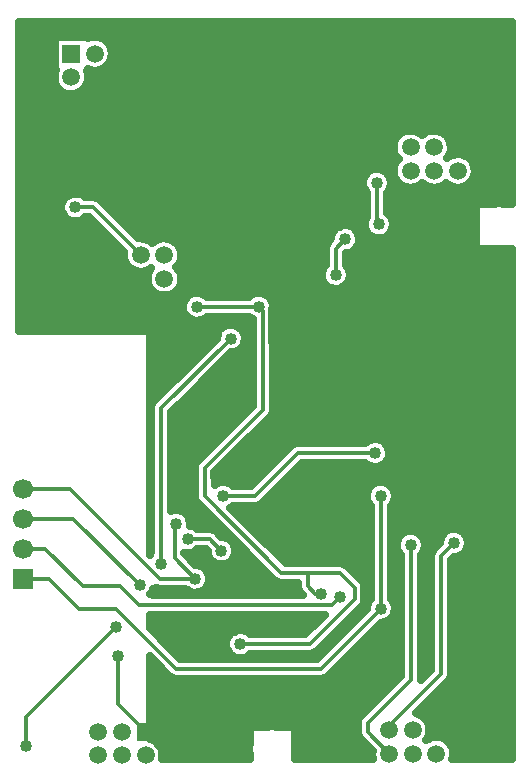
<source format=gbr>
G04 DipTrace Beta 2.9.0.1*
G04 Bottom.gbr*
%MOIN*%
G04 #@! TF.FileFunction,Copper,L2,Bot*
G04 #@! TF.Part,Single*
G04 #@! TA.AperFunction,Conductor,NotC*
%ADD13C,0.012992*%
G04 #@! TA.AperFunction,CopperBalancing*
%ADD14C,0.025*%
G04 #@! TA.AperFunction,ComponentPad*
%ADD18R,0.059055X0.059055*%
%ADD19C,0.059055*%
%ADD20R,0.066929X0.066929*%
%ADD21C,0.066929*%
G04 #@! TA.AperFunction,ViaPad*
%ADD27C,0.04*%
%FSLAX26Y26*%
G04*
G70*
G90*
G75*
G01*
G04 Bottom*
%LPD*%
X1637751Y2362751D2*
D13*
Y2231499D1*
X1644000Y2225249D1*
X808524Y2002500D2*
X818898Y2012874D1*
X530000Y1939234D2*
X537618Y1931615D1*
X1431462Y1919114D2*
Y1925365D1*
X1525222Y1106529D2*
X1568976Y1094028D1*
X1512720Y1275297D2*
X1531472Y1269046D1*
X1112678Y894098D2*
X1125180Y912759D1*
X1162684Y1062774D2*
X1156433Y1037772D1*
X1700240Y793500D2*
Y825249D1*
X1162684Y2537929D2*
Y2544180D1*
X1975269Y2718500D2*
Y2694196D1*
X1625232Y2562932D2*
X1606480D1*
X1600230Y2556681D1*
X1212689Y2475423D2*
X1206438D1*
X1193937Y2487924D1*
X1281446Y2031626D2*
Y2025375D1*
X1275196Y2019125D1*
X1200188Y2012874D2*
X1187686D1*
X1181436Y2019125D1*
X775143Y787745D2*
Y624719D1*
X866492Y533370D1*
X631378Y2281652D2*
X691366D1*
X850151Y2122867D1*
X1037671Y1950367D2*
X1243942D1*
X1181436Y825249D2*
X1412710D1*
X1562726Y975265D1*
Y1012769D1*
X1512720Y1062774D1*
X1406459D1*
Y1019020D1*
X1431479Y994000D1*
X1450197D1*
X1406459Y1062774D2*
X1318950D1*
X1062673Y1319051D1*
Y1412811D1*
X1256444Y1606581D1*
Y1937866D1*
X1243942Y1950367D1*
X1650235Y1319051D2*
Y944012D1*
X456360Y1044022D2*
X543869D1*
X643879Y944012D1*
X768892D1*
X968913Y743991D1*
X1450214D1*
X1650235Y944012D1*
X456360Y1144022D2*
X531378D1*
X656381Y1019020D1*
X781394D1*
X843900Y956513D1*
X1487718D1*
X1512720Y981516D1*
X1031420Y1044022D2*
X962751Y1112692D1*
Y1219129D1*
X968913Y1225291D1*
X1125231Y1319051D2*
X1231552D1*
X1375318Y1462816D1*
X1631483D1*
X1500251Y2056500D2*
Y2143999D1*
X1531501Y2175249D1*
X456360Y1344022D2*
X612657D1*
X912657Y1044022D1*
X1031420D1*
X918908Y1094028D2*
Y1612832D1*
X1150251Y1844175D1*
X456360Y1244022D2*
X625148D1*
X847025Y1022146D1*
X468861Y487714D2*
Y581474D1*
X768892Y881505D1*
X1006500Y1175249D2*
X1081500D1*
X1119000Y1137749D1*
X1894000Y1162751D2*
X1850256Y1119007D1*
Y725239D1*
X1681488Y556471D1*
Y539619D1*
X1677759D1*
X1750245Y1156534D2*
Y706487D1*
X1606480Y562722D1*
Y532157D1*
X1677759Y460879D1*
D27*
X1637751Y2362751D3*
X1644000Y2225249D3*
X808524Y2002500D3*
X530000Y1939234D3*
X1431462Y1919114D3*
X1525222Y1106529D3*
X1512720Y1275297D3*
X1112678Y894098D3*
X1162684Y1062774D3*
X1700240Y793500D3*
X1162684Y2537929D3*
X1975269Y2718500D3*
X1625232Y2562932D3*
X1212689Y2475423D3*
X1281446Y2031626D3*
X1200188Y2012874D3*
X775143Y787745D3*
X631378Y2281652D3*
X1037671Y1950367D3*
X1243942D3*
D3*
X1181436Y825249D3*
X1450197Y994000D3*
X1650235Y1319051D3*
Y944012D3*
X1512720Y981516D3*
X1031420Y1044022D3*
X968913Y1225291D3*
X1125231Y1319051D3*
X1631483Y1462816D3*
X1500251Y2056500D3*
X1531501Y2175249D3*
X1031420Y1044022D3*
X918908Y1094028D3*
X1150251Y1844175D3*
X847025Y1022146D3*
X468861Y487714D3*
X768892Y881505D3*
X1006500Y1175249D3*
X1119000Y1137749D3*
X1894000Y1162751D3*
X1750245Y1156534D3*
X446552Y2875600D2*
D14*
X2085302D1*
X446552Y2850731D2*
X2085302D1*
X446552Y2825862D2*
X559912D1*
X745772D2*
X2085302D1*
X446552Y2800993D2*
X559912D1*
X755537D2*
X2085302D1*
X446552Y2776125D2*
X559912D1*
X753193D2*
X2085302D1*
X446552Y2751256D2*
X559912D1*
X736396D2*
X2085302D1*
X446552Y2726387D2*
X561084D1*
X675849D2*
X2085302D1*
X446552Y2701518D2*
X561865D1*
X675458D2*
X2085302D1*
X446552Y2676650D2*
X575537D1*
X661786D2*
X2085302D1*
X446552Y2651781D2*
X2085302D1*
X446552Y2626912D2*
X2085302D1*
X446552Y2602043D2*
X2085302D1*
X446552Y2577175D2*
X2085302D1*
X446552Y2552306D2*
X2085302D1*
X446552Y2527437D2*
X1714209D1*
X1784442D2*
X1792794D1*
X1862958D2*
X2085302D1*
X446552Y2502568D2*
X1694677D1*
X1882490D2*
X2085302D1*
X446552Y2477699D2*
X1690772D1*
X1886396D2*
X2085302D1*
X446552Y2452831D2*
X1698974D1*
X1935224D2*
X2085302D1*
X446552Y2427962D2*
X1696630D1*
X1959442D2*
X2085302D1*
X446552Y2403093D2*
X1612256D1*
X1663349D2*
X1690772D1*
X1965302D2*
X2085302D1*
X446552Y2378224D2*
X1591552D1*
X1684052D2*
X1696493D1*
X1959442D2*
X2085302D1*
X446552Y2353356D2*
X1589600D1*
X1685614D2*
X1720849D1*
X1777412D2*
X1799756D1*
X1856318D2*
X1878661D1*
X1934833D2*
X2085302D1*
X446552Y2328487D2*
X1602100D1*
X1673114D2*
X2085302D1*
X446552Y2303618D2*
X588037D1*
X718428D2*
X1602100D1*
X1673114D2*
X2085302D1*
X446552Y2278749D2*
X582568D1*
X743428D2*
X1602100D1*
X1673114D2*
X1966552D1*
X446552Y2253881D2*
X591552D1*
X768428D2*
X1602100D1*
X1683272D2*
X1966552D1*
X446552Y2229012D2*
X694677D1*
X793037D2*
X1595068D1*
X1693037D2*
X1965381D1*
X446552Y2204143D2*
X719677D1*
X818037D2*
X1492724D1*
X1570381D2*
X1600146D1*
X1687958D2*
X1966161D1*
X446552Y2179274D2*
X744677D1*
X843037D2*
X1482568D1*
X1580146D2*
X1634521D1*
X1653720D2*
X1966552D1*
X446552Y2154406D2*
X769286D1*
X977802D2*
X1466552D1*
X1575458D2*
X1966552D1*
X446552Y2129537D2*
X791942D1*
X987177D2*
X1464600D1*
X1542646D2*
X2085302D1*
X446552Y2104668D2*
X794677D1*
X984442D2*
X1464600D1*
X1535614D2*
X2085302D1*
X446552Y2079799D2*
X811865D1*
X974677D2*
X1457568D1*
X1543037D2*
X2085302D1*
X446552Y2054930D2*
X871240D1*
X986396D2*
X1451318D1*
X1549286D2*
X2085302D1*
X446552Y2030062D2*
X872021D1*
X985614D2*
X1459521D1*
X1541084D2*
X2085302D1*
X446552Y2005193D2*
X886084D1*
X971552D2*
X2085302D1*
X446552Y1980324D2*
X999756D1*
X1282100D2*
X2085302D1*
X446552Y1955455D2*
X988818D1*
X1292646D2*
X2085302D1*
X446552Y1930587D2*
X993114D1*
X1291865D2*
X2085302D1*
X446552Y1905718D2*
X1022021D1*
X1053193D2*
X1220849D1*
X1291865D2*
X2085302D1*
X446552Y1880849D2*
X1119286D1*
X1181318D2*
X1220849D1*
X1291865D2*
X2085302D1*
X884052Y1855980D2*
X1102881D1*
X1197724D2*
X1220849D1*
X1291865D2*
X2085302D1*
X884052Y1831112D2*
X1088037D1*
X1197333D2*
X1220849D1*
X1291865D2*
X2085302D1*
X884052Y1806243D2*
X1063037D1*
X1179756D2*
X1220849D1*
X1291865D2*
X2085302D1*
X884052Y1781374D2*
X1038428D1*
X1136786D2*
X1220849D1*
X1291865D2*
X2085302D1*
X884052Y1756505D2*
X1013428D1*
X1111786D2*
X1220849D1*
X1291865D2*
X2085302D1*
X884052Y1731636D2*
X988428D1*
X1086786D2*
X1220849D1*
X1291865D2*
X2085302D1*
X884052Y1706768D2*
X963818D1*
X1062177D2*
X1220849D1*
X1291865D2*
X2085302D1*
X884052Y1681899D2*
X938818D1*
X1037177D2*
X1220849D1*
X1291865D2*
X2085302D1*
X884052Y1657030D2*
X913818D1*
X1012177D2*
X1220849D1*
X1291865D2*
X2085302D1*
X987568Y1632161D2*
X1220849D1*
X1291865D2*
X2085302D1*
X962568Y1607293D2*
X1207958D1*
X1291865D2*
X2085302D1*
X954365Y1582424D2*
X1182958D1*
X1281318D2*
X2085302D1*
X954365Y1557555D2*
X1158349D1*
X1256709D2*
X2085302D1*
X954365Y1532686D2*
X1133349D1*
X1231709D2*
X2085302D1*
X954365Y1507818D2*
X1108349D1*
X1206709D2*
X1617333D1*
X1645982D2*
X2085302D1*
X954365Y1482949D2*
X1083740D1*
X1182100D2*
X1346240D1*
X1675849D2*
X2085302D1*
X954365Y1458080D2*
X1058740D1*
X1157100D2*
X1321240D1*
X1680146D2*
X2085302D1*
X954365Y1433211D2*
X1034130D1*
X1132100D2*
X1296630D1*
X1669990D2*
X2085302D1*
X954365Y1408343D2*
X1027100D1*
X1107490D2*
X1271630D1*
X1369990D2*
X2085302D1*
X954365Y1383474D2*
X1027100D1*
X1098114D2*
X1246630D1*
X1344990D2*
X2085302D1*
X954365Y1358605D2*
X1027100D1*
X1152021D2*
X1222021D1*
X1320381D2*
X1623193D1*
X1677021D2*
X2085302D1*
X954365Y1333736D2*
X1027100D1*
X1295381D2*
X1603661D1*
X1696942D2*
X2085302D1*
X954365Y1308867D2*
X1028661D1*
X1270381D2*
X1602490D1*
X1698114D2*
X2085302D1*
X954365Y1283999D2*
X1048584D1*
X1158272D2*
X1614600D1*
X1685614D2*
X2085302D1*
X1003193Y1259130D2*
X1073584D1*
X1171942D2*
X1614600D1*
X1685614D2*
X2085302D1*
X1016865Y1234261D2*
X1098193D1*
X1196552D2*
X1614600D1*
X1685614D2*
X2085302D1*
X1040693Y1209392D2*
X1123193D1*
X1221552D2*
X1614600D1*
X1685614D2*
X2085302D1*
X1121552Y1184524D2*
X1148193D1*
X1246552D2*
X1614600D1*
X1685614D2*
X1710693D1*
X1789912D2*
X1850537D1*
X1937568D2*
X2085302D1*
X1162568Y1159655D2*
X1173202D1*
X1271161D2*
X1614600D1*
X1685614D2*
X1701315D1*
X1799286D2*
X1841552D1*
X1943037D2*
X2085302D1*
X1032100Y1134786D2*
X1070068D1*
X1168037D2*
X1197802D1*
X1296161D2*
X1614600D1*
X1685614D2*
X1706786D1*
X1793818D2*
X1818896D1*
X1933661D2*
X2085302D1*
X1014521Y1109917D2*
X1079442D1*
X1158661D2*
X1222802D1*
X1321161D2*
X1614600D1*
X1685614D2*
X1714600D1*
X1785614D2*
X1814600D1*
X1890302D2*
X2085302D1*
X1055928Y1085049D2*
X1247412D1*
X1539521D2*
X1614600D1*
X1685614D2*
X1714600D1*
X1785614D2*
X1814600D1*
X1885614D2*
X2085302D1*
X1077412Y1060180D2*
X1272412D1*
X1564521D2*
X1614600D1*
X1685614D2*
X1714600D1*
X1785614D2*
X1814600D1*
X1885614D2*
X2085302D1*
X1079756Y1035311D2*
X1298193D1*
X1589130D2*
X1614600D1*
X1685614D2*
X1714600D1*
X1785614D2*
X1814600D1*
X1885614D2*
X2085302D1*
X894600Y1010442D2*
X996630D1*
X1066084D2*
X1372021D1*
X1598114D2*
X1614541D1*
X1685614D2*
X1714600D1*
X1785614D2*
X1814600D1*
X1885614D2*
X2085302D1*
X1598114Y985573D2*
X1614541D1*
X1685614D2*
X1714600D1*
X1785614D2*
X1814600D1*
X1885614D2*
X2085302D1*
X1594990Y960705D2*
X1604442D1*
X1696161D2*
X1714600D1*
X1785614D2*
X1814600D1*
X1885614D2*
X2085302D1*
X1572333Y935836D2*
X1592724D1*
X1698505D2*
X1714572D1*
X1785614D2*
X1814600D1*
X1885614D2*
X2085302D1*
X884052Y910967D2*
X1449365D1*
X1547724D2*
X1568114D1*
X1685614D2*
X1714600D1*
X1785614D2*
X1814600D1*
X1885614D2*
X2085302D1*
X884052Y886098D2*
X1424365D1*
X1522724D2*
X1543114D1*
X1641474D2*
X1714600D1*
X1785614D2*
X1814600D1*
X1885614D2*
X2085302D1*
X900849Y861230D2*
X1149365D1*
X1213349D2*
X1399365D1*
X1497724D2*
X1518114D1*
X1616474D2*
X1714600D1*
X1785614D2*
X1814600D1*
X1885614D2*
X2085302D1*
X925849Y836361D2*
X1133740D1*
X1473114D2*
X1493505D1*
X1591865D2*
X1714600D1*
X1785614D2*
X1814600D1*
X1885614D2*
X2085302D1*
X950458Y811492D2*
X1134521D1*
X1448114D2*
X1468505D1*
X1566865D2*
X1714600D1*
X1785614D2*
X1814600D1*
X1885614D2*
X2085302D1*
X975458Y786623D2*
X1152881D1*
X1209833D2*
X1443505D1*
X1541865D2*
X1714600D1*
X1785614D2*
X1814600D1*
X1885614D2*
X2085302D1*
X884052Y761755D2*
X901919D1*
X1517256D2*
X1714600D1*
X1785614D2*
X1814600D1*
X1885614D2*
X2085302D1*
X884052Y736886D2*
X926709D1*
X1492256D2*
X1714600D1*
X1785614D2*
X1812646D1*
X1885614D2*
X2085302D1*
X884052Y712017D2*
X958349D1*
X1461005D2*
X1706786D1*
X1882881D2*
X2085302D1*
X884052Y687148D2*
X1681786D1*
X1861396D2*
X2085302D1*
X884052Y662280D2*
X1656786D1*
X1836396D2*
X2085302D1*
X884052Y637411D2*
X1632177D1*
X1811786D2*
X2085302D1*
X884052Y612542D2*
X1607177D1*
X1786786D2*
X2085302D1*
X884052Y587673D2*
X1582177D1*
X1787958D2*
X2085302D1*
X884052Y562804D2*
X1570849D1*
X1809833D2*
X2085302D1*
X884052Y537936D2*
X1210302D1*
X1365302D2*
X1570849D1*
X1814912D2*
X2085302D1*
X884052Y513067D2*
X1210302D1*
X1365302D2*
X1577100D1*
X1858272D2*
X2085302D1*
X913740Y488198D2*
X1209521D1*
X1365693D2*
X1601318D1*
X1886786D2*
X2085302D1*
X924286Y463329D2*
X1209521D1*
X1366084D2*
X1619286D1*
X1893818D2*
X2085302D1*
X575102Y2849898D2*
X674657D1*
Y2844819D1*
X683492Y2848152D1*
X695846Y2849877D1*
X708277Y2848825D1*
X720165Y2845051D1*
X730925Y2838739D1*
X740021Y2830202D1*
X747003Y2819865D1*
X751524Y2808239D1*
X753398Y2793870D1*
X752009Y2781474D1*
X747912Y2769692D1*
X741310Y2759108D1*
X732529Y2750248D1*
X722005Y2743550D1*
X710261Y2739345D1*
X697878Y2737845D1*
X685470Y2739121D1*
X674759Y2742738D1*
X674657Y2737843D1*
X669579D1*
X672783Y2729499D1*
X674657Y2715130D1*
X673269Y2702734D1*
X669172Y2690951D1*
X662570Y2680367D1*
X653789Y2671508D1*
X643265Y2664810D1*
X631521Y2660605D1*
X619138Y2659105D1*
X606730Y2660381D1*
X594911Y2664371D1*
X584268Y2670877D1*
X575328Y2679577D1*
X568534Y2690039D1*
X564224Y2701745D1*
X562612Y2714114D1*
X563776Y2726534D1*
X567537Y2738018D1*
X562602Y2737843D1*
Y2849898D1*
X575102D1*
X881486Y508287D2*
X889287Y505811D1*
X900047Y499499D1*
X909143Y490962D1*
X916125Y480625D1*
X920646Y468999D1*
X922520Y454630D1*
X921348Y444171D1*
X1213043Y443958D1*
X1212651Y459367D1*
X1211075Y471753D1*
X1211529Y484231D1*
X1212690Y493958D1*
Y537719D1*
X1218810Y548264D1*
X1225190Y550219D1*
X1271675D1*
X1288756Y551906D1*
X1303072Y550219D1*
X1350203D1*
X1360748Y544100D1*
X1362703Y537719D1*
Y491235D1*
X1364398Y475213D1*
X1362719Y460118D1*
X1362703Y443579D1*
X1450203Y443958D1*
X1624031D1*
X1621740Y459864D1*
X1622650Y469567D1*
X1583148Y508825D1*
X1576173Y519109D1*
X1573484Y532157D1*
Y562722D1*
X1575824Y574925D1*
X1583148Y586054D1*
X1717112Y720017D1*
X1717249Y1124066D1*
X1708444Y1136165D1*
X1704535Y1147999D1*
X1703911Y1160445D1*
X1706613Y1172612D1*
X1712450Y1183622D1*
X1721001Y1192688D1*
X1731654Y1199156D1*
X1743642Y1202563D1*
X1756104Y1202664D1*
X1768144Y1199451D1*
X1778900Y1193156D1*
X1787597Y1184230D1*
X1793612Y1173315D1*
X1796512Y1161194D1*
X1796745Y1156534D1*
X1795075Y1144184D1*
X1790185Y1132722D1*
X1783154Y1123883D1*
X1783168Y706105D1*
X1799577Y721224D1*
X1817531Y739178D1*
X1817260Y900239D1*
Y1119007D1*
X1819600Y1131210D1*
X1826924Y1142339D1*
X1847640Y1163054D1*
X1850367Y1178828D1*
X1856205Y1189839D1*
X1864756Y1198904D1*
X1875408Y1205373D1*
X1887396Y1208780D1*
X1899858Y1208881D1*
X1911899Y1205668D1*
X1922655Y1199373D1*
X1931352Y1190446D1*
X1937366Y1179531D1*
X1940266Y1167411D1*
X1940500Y1162751D1*
X1938829Y1150400D1*
X1933940Y1138938D1*
X1926181Y1129185D1*
X1916110Y1121844D1*
X1904451Y1117441D1*
X1894757Y1116543D1*
X1883357Y1105445D1*
X1883252Y725239D1*
X1880912Y713035D1*
X1873588Y701907D1*
X1766693Y595012D1*
X1779294Y590801D1*
X1790054Y584488D1*
X1799150Y575951D1*
X1806131Y565614D1*
X1810652Y553988D1*
X1812526Y539619D1*
X1811138Y527223D1*
X1807041Y515441D1*
X1800164Y504580D1*
X1809694Y510745D1*
X1821361Y515161D1*
X1833715Y516886D1*
X1846146Y515835D1*
X1858034Y512060D1*
X1868794Y505748D1*
X1877890Y497211D1*
X1884871Y486874D1*
X1889392Y475248D1*
X1891266Y460879D1*
X1889878Y448483D1*
X1888214Y443697D1*
X2075203Y443958D1*
X2088094D1*
X2087782Y568958D1*
Y2144349D1*
X2060047Y2144139D1*
X2051992Y2142861D1*
X2039509Y2142579D1*
X2025282Y2144139D1*
X1981520D1*
X1970975Y2150259D1*
X1969020Y2156639D1*
X1968980Y2203301D1*
X1967404Y2215686D1*
X1967858Y2228164D1*
X1969017Y2233902D1*
X1969020Y2281652D1*
X1975139Y2292197D1*
X1981520Y2294152D1*
X2028004D1*
X2045085Y2295839D1*
X2059402Y2294152D1*
X2088160D1*
X2087782Y2381652D1*
Y2900469D1*
X443857D1*
Y1868828D1*
X606357Y1869108D1*
X868903D1*
X879448Y1862988D1*
X881403Y1856608D1*
Y1121843D1*
X885912Y1131528D1*
Y1612832D1*
X888252Y1625035D1*
X895576Y1636164D1*
X1103566Y1844152D1*
X1106618Y1860252D1*
X1112455Y1871262D1*
X1121007Y1880328D1*
X1131659Y1886797D1*
X1143647Y1890203D1*
X1156109Y1890304D1*
X1168150Y1887092D1*
X1178906Y1880797D1*
X1187602Y1871870D1*
X1193617Y1860955D1*
X1196517Y1848835D1*
X1196751Y1844175D1*
X1195080Y1831824D1*
X1190190Y1820362D1*
X1182432Y1810609D1*
X1172361Y1803268D1*
X1160702Y1798865D1*
X1151008Y1797967D1*
X996806Y1644066D1*
X951783Y1599043D1*
X951904Y1268692D1*
X962310Y1271320D1*
X974772Y1271421D1*
X986812Y1268209D1*
X997568Y1261913D1*
X1006265Y1252987D1*
X1012280Y1242072D1*
X1015180Y1229951D1*
X1014840Y1221046D1*
X1024399Y1218167D1*
X1035155Y1211871D1*
X1038688Y1208245D1*
X1081500D1*
X1093703Y1205906D1*
X1104832Y1198581D1*
X1118919Y1184495D1*
X1124858Y1183879D1*
X1136899Y1180667D1*
X1147655Y1174371D1*
X1156352Y1165445D1*
X1162366Y1154530D1*
X1165266Y1142409D1*
X1165500Y1137749D1*
X1163829Y1125399D1*
X1158940Y1113937D1*
X1151181Y1104184D1*
X1141110Y1096843D1*
X1129451Y1092440D1*
X1117042Y1091290D1*
X1104774Y1093479D1*
X1093528Y1098848D1*
X1084110Y1107009D1*
X1077198Y1117381D1*
X1073290Y1129214D1*
X1072879Y1137382D1*
X1067770Y1142315D1*
X1038681Y1141684D1*
X1028610Y1134343D1*
X1016951Y1129940D1*
X1004542Y1128790D1*
X995724Y1130364D1*
X1003760Y1118345D1*
X1031657Y1090449D1*
X1037278Y1090152D1*
X1049319Y1086940D1*
X1060075Y1080644D1*
X1068772Y1071718D1*
X1074786Y1060803D1*
X1077686Y1048682D1*
X1077920Y1044022D1*
X1076249Y1031672D1*
X1071360Y1020210D1*
X1063601Y1010457D1*
X1053530Y1003115D1*
X1041871Y998713D1*
X1029462Y997563D1*
X1017194Y999752D1*
X1005948Y1005121D1*
X999178Y1010987D1*
X912657Y1011026D1*
X900127Y1013575D1*
X902701Y1012639D1*
X891854Y1009795D1*
X886965Y998333D1*
X881388Y991323D1*
X893900Y989509D1*
X1389604D1*
X1383127Y995688D1*
X1376152Y1005971D1*
X1373463Y1019020D1*
Y1029567D1*
X1318950Y1029778D1*
X1306747Y1032118D1*
X1295618Y1039442D1*
X1039341Y1295719D1*
X1032366Y1306003D1*
X1029677Y1319051D1*
Y1412811D1*
X1032017Y1425014D1*
X1039341Y1436143D1*
X1223576Y1620378D1*
X1223448Y1908534D1*
X1218470Y1911466D1*
X1211701Y1917332D1*
X1070114Y1917371D1*
X1059781Y1909461D1*
X1048122Y1905058D1*
X1035713Y1903908D1*
X1023445Y1906097D1*
X1012198Y1911466D1*
X1002781Y1919627D1*
X995869Y1929999D1*
X991961Y1941832D1*
X991336Y1954278D1*
X994038Y1966445D1*
X999875Y1977455D1*
X1008427Y1986521D1*
X1019079Y1992990D1*
X1031067Y1996396D1*
X1043529Y1996497D1*
X1055570Y1993285D1*
X1066325Y1986990D1*
X1069858Y1983364D1*
X1211499D1*
X1214698Y1986521D1*
X1225350Y1992990D1*
X1237339Y1996396D1*
X1249801Y1996497D1*
X1261841Y1993285D1*
X1272597Y1986990D1*
X1281294Y1978063D1*
X1287308Y1967148D1*
X1290209Y1955028D1*
X1289241Y1941491D1*
X1289440Y1712866D1*
Y1606581D1*
X1287100Y1594378D1*
X1279776Y1583249D1*
X1095541Y1399014D1*
X1095987Y1355205D1*
X1106639Y1361673D1*
X1118627Y1365080D1*
X1131089Y1365181D1*
X1143130Y1361969D1*
X1153886Y1355673D1*
X1157419Y1352047D1*
X1217810D1*
X1351986Y1486148D1*
X1362269Y1493123D1*
X1375318Y1495812D1*
X1598365D1*
X1612891Y1505438D1*
X1624879Y1508845D1*
X1637341Y1508946D1*
X1649382Y1505734D1*
X1660138Y1499438D1*
X1668835Y1490512D1*
X1674849Y1479597D1*
X1677749Y1467476D1*
X1677983Y1462816D1*
X1676312Y1450466D1*
X1671423Y1439004D1*
X1663664Y1429251D1*
X1653593Y1421909D1*
X1641934Y1417507D1*
X1629525Y1416357D1*
X1617257Y1418546D1*
X1606010Y1423915D1*
X1599241Y1429781D1*
X1388904Y1429820D1*
X1254885Y1295719D1*
X1244601Y1288744D1*
X1231552Y1286055D1*
X1157412Y1285486D1*
X1148915Y1279291D1*
X1332664Y1095724D1*
X1512720Y1095770D1*
X1524924Y1093430D1*
X1536052Y1086106D1*
X1586058Y1036101D1*
X1593033Y1025818D1*
X1595722Y1012769D1*
Y975265D1*
X1593382Y963062D1*
X1586058Y951933D1*
X1436042Y801917D1*
X1425759Y794944D1*
X1412710Y792253D1*
X1213617Y791684D1*
X1203546Y784343D1*
X1191887Y779940D1*
X1179478Y778790D1*
X1167210Y780979D1*
X1155963Y786348D1*
X1146546Y794509D1*
X1139634Y804881D1*
X1135726Y816714D1*
X1135101Y829160D1*
X1137803Y841327D1*
X1143640Y852337D1*
X1152192Y861403D1*
X1162844Y867871D1*
X1174832Y871278D1*
X1187294Y871379D1*
X1199335Y868167D1*
X1210091Y861871D1*
X1213623Y858245D1*
X1399014D1*
X1464232Y923434D1*
X881077Y923517D1*
X881403Y878092D1*
X982535Y777033D1*
X1436492Y776987D1*
X1603936Y944375D1*
X1603900Y947923D1*
X1606602Y960089D1*
X1612440Y971100D1*
X1616983Y975916D1*
X1617239Y1106512D1*
Y1286591D1*
X1608433Y1298682D1*
X1604525Y1310516D1*
X1603900Y1322962D1*
X1606602Y1335129D1*
X1612440Y1346139D1*
X1620991Y1355205D1*
X1631643Y1361673D1*
X1643631Y1365080D1*
X1656093Y1365181D1*
X1668134Y1361969D1*
X1678890Y1355673D1*
X1687587Y1346747D1*
X1693601Y1335832D1*
X1696501Y1323711D1*
X1696735Y1319051D1*
X1695064Y1306701D1*
X1690175Y1295239D1*
X1683143Y1286400D1*
X1683231Y976472D1*
X1687587Y971707D1*
X1693601Y960793D1*
X1696501Y948672D1*
X1696735Y944012D1*
X1695064Y931661D1*
X1690175Y920199D1*
X1682416Y910446D1*
X1672345Y903105D1*
X1660686Y898702D1*
X1650992Y897804D1*
X1496790Y743903D1*
X1473546Y720659D1*
X1463262Y713685D1*
X1450214Y710995D1*
X968913D1*
X956710Y713335D1*
X945581Y720659D1*
X881224Y785017D1*
X881403Y508560D1*
X1882639Y2469474D2*
X1878542Y2457692D1*
X1871665Y2446831D1*
X1881196Y2452996D1*
X1892862Y2457412D1*
X1905217Y2459136D1*
X1917647Y2458085D1*
X1929535Y2454311D1*
X1940295Y2447999D1*
X1949391Y2439462D1*
X1956373Y2429125D1*
X1960894Y2417499D1*
X1962768Y2403130D1*
X1961379Y2390734D1*
X1957282Y2378951D1*
X1950680Y2368367D1*
X1941899Y2359508D1*
X1931375Y2352810D1*
X1919631Y2348605D1*
X1907248Y2347105D1*
X1894840Y2348381D1*
X1883021Y2352371D1*
X1872378Y2358877D1*
X1867629Y2363499D1*
X1863159Y2359508D1*
X1852635Y2352810D1*
X1840891Y2348605D1*
X1828508Y2347105D1*
X1816100Y2348381D1*
X1804281Y2352371D1*
X1793638Y2358877D1*
X1788888Y2363499D1*
X1784419Y2359508D1*
X1773895Y2352810D1*
X1762151Y2348605D1*
X1749768Y2347105D1*
X1737360Y2348381D1*
X1725541Y2352371D1*
X1714898Y2358877D1*
X1705958Y2367577D1*
X1699164Y2378039D1*
X1694854Y2389745D1*
X1693241Y2402114D1*
X1694406Y2414534D1*
X1698287Y2426388D1*
X1704697Y2437089D1*
X1709815Y2442445D1*
X1705958Y2446318D1*
X1699164Y2456780D1*
X1694854Y2468486D1*
X1693241Y2480854D1*
X1694406Y2493274D1*
X1698287Y2505129D1*
X1704697Y2515829D1*
X1713316Y2524848D1*
X1723715Y2531736D1*
X1735382Y2536152D1*
X1747736Y2537877D1*
X1760167Y2536825D1*
X1772055Y2533051D1*
X1782815Y2526739D1*
X1788215Y2521671D1*
X1802455Y2531736D1*
X1814122Y2536152D1*
X1826476Y2537877D1*
X1838907Y2536825D1*
X1850795Y2533051D1*
X1861555Y2526739D1*
X1870651Y2518202D1*
X1877633Y2507865D1*
X1882154Y2496239D1*
X1884028Y2481870D1*
X1882639Y2469474D1*
X983530Y2031731D2*
X979433Y2019949D1*
X972831Y2009365D1*
X964050Y2000505D1*
X953526Y1993807D1*
X941782Y1989602D1*
X929399Y1988102D1*
X916991Y1989378D1*
X905172Y1993369D1*
X894529Y1999874D1*
X885589Y2008575D1*
X878795Y2019037D1*
X874486Y2030743D1*
X872873Y2043112D1*
X874037Y2055531D1*
X877919Y2067386D1*
X885676Y2079496D1*
X874786Y2072547D1*
X863042Y2068343D1*
X850659Y2066843D1*
X838251Y2068118D1*
X826432Y2072109D1*
X815789Y2078614D1*
X806849Y2087315D1*
X800055Y2097777D1*
X795745Y2109483D1*
X794133Y2121852D1*
X795042Y2131555D1*
X677940Y2248415D1*
X663559Y2248087D1*
X653488Y2240745D1*
X641829Y2236343D1*
X629420Y2235193D1*
X617152Y2237382D1*
X605906Y2242751D1*
X596488Y2250912D1*
X589576Y2261283D1*
X585668Y2273117D1*
X585043Y2285563D1*
X587745Y2297730D1*
X593583Y2308740D1*
X602134Y2317806D1*
X612786Y2324274D1*
X624774Y2327681D1*
X637236Y2327782D1*
X649277Y2324570D1*
X660033Y2318274D1*
X663566Y2314648D1*
X691366D1*
X703570Y2312308D1*
X714698Y2304984D1*
X841480Y2178202D1*
X848627Y2178874D1*
X861058Y2177823D1*
X872946Y2174049D1*
X883706Y2167736D1*
X889106Y2162668D1*
X903346Y2172734D1*
X915013Y2177150D1*
X927367Y2178874D1*
X939798Y2177823D1*
X951686Y2174049D1*
X962446Y2167736D1*
X971542Y2159199D1*
X978524Y2148862D1*
X983045Y2137236D1*
X984919Y2122867D1*
X983530Y2110471D1*
X979433Y2098689D1*
X972831Y2088105D1*
X968715Y2083951D1*
X978524Y2070122D1*
X983045Y2058496D1*
X984919Y2044127D1*
X983530Y2031731D1*
X1670747Y2330329D2*
Y2263142D1*
X1681352Y2252945D1*
X1687366Y2242030D1*
X1690266Y2229909D1*
X1690500Y2225249D1*
X1688829Y2212899D1*
X1683940Y2201437D1*
X1676181Y2191684D1*
X1666110Y2184343D1*
X1654451Y2179940D1*
X1642042Y2178790D1*
X1629774Y2180979D1*
X1618528Y2186348D1*
X1609110Y2194509D1*
X1602198Y2204881D1*
X1598290Y2216714D1*
X1597665Y2229160D1*
X1600367Y2241327D1*
X1604928Y2249929D1*
X1604755Y2330327D1*
X1595949Y2342382D1*
X1592041Y2354215D1*
X1591416Y2366661D1*
X1594118Y2378828D1*
X1599955Y2389839D1*
X1608507Y2398904D1*
X1619159Y2405373D1*
X1631147Y2408780D1*
X1643609Y2408881D1*
X1655650Y2405668D1*
X1666406Y2399373D1*
X1675102Y2390446D1*
X1681117Y2379531D1*
X1684017Y2367411D1*
X1684251Y2362751D1*
X1682580Y2350400D1*
X1677690Y2338938D1*
X1670659Y2330100D1*
X1211759Y1983404D2*
X1214698Y1986521D1*
X1225350Y1992990D1*
X1237339Y1996396D1*
X1249801Y1996497D1*
X1261841Y1993285D1*
X1272597Y1986990D1*
X1281294Y1978063D1*
X1287308Y1967148D1*
X1290209Y1955028D1*
X1289241Y1941491D1*
X1467255Y2088921D2*
Y2143999D1*
X1469594Y2156202D1*
X1485167Y2179160D1*
X1487869Y2191327D1*
X1493706Y2202337D1*
X1502257Y2211403D1*
X1512909Y2217871D1*
X1524898Y2221278D1*
X1537360Y2221379D1*
X1549400Y2218167D1*
X1560156Y2211871D1*
X1568853Y2202945D1*
X1574867Y2192030D1*
X1577768Y2179909D1*
X1578001Y2175249D1*
X1576331Y2162899D1*
X1571441Y2151437D1*
X1563682Y2141684D1*
X1553612Y2134343D1*
X1541953Y2129940D1*
X1533034Y2129114D1*
X1533247Y2088920D1*
X1537602Y2084196D1*
X1543617Y2073281D1*
X1546517Y2061160D1*
X1546751Y2056500D1*
X1545080Y2044150D1*
X1540190Y2032688D1*
X1532432Y2022934D1*
X1522361Y2015593D1*
X1510702Y2011190D1*
X1498293Y2010041D1*
X1486025Y2012230D1*
X1474778Y2017598D1*
X1465361Y2025760D1*
X1458449Y2036131D1*
X1454541Y2047965D1*
X1453916Y2060411D1*
X1456618Y2072577D1*
X1462455Y2083588D1*
X1466999Y2088404D1*
X1032215Y1090110D2*
X1037278Y1090152D1*
X1049319Y1086940D1*
X1060075Y1080644D1*
X1068772Y1071718D1*
X1074786Y1060803D1*
X1077686Y1048682D1*
X1077920Y1044022D1*
X1076249Y1031672D1*
X1071360Y1020210D1*
X1063601Y1010457D1*
X1053530Y1003115D1*
X1041871Y998713D1*
X1029462Y997563D1*
X1017194Y999752D1*
X1005948Y1005121D1*
X999178Y1010987D1*
D18*
X618630Y2793870D3*
D19*
Y2715130D3*
X697370D3*
Y2793870D3*
D18*
X866492Y533370D3*
D19*
X787752D3*
X709012D3*
Y454630D3*
X787752D3*
X866492D3*
D18*
X1835239Y539619D3*
D19*
X1756499D3*
X1677759D3*
Y460879D3*
X1756499D3*
X1835239D3*
D18*
X1906740Y2481870D3*
D19*
X1828000D3*
X1749260D3*
Y2403130D3*
X1828000D3*
X1906740D3*
D20*
X456360Y1044022D3*
D21*
Y1144022D3*
Y1244022D3*
Y1344022D3*
D18*
X850151Y2044127D3*
D19*
X928891D3*
Y2122867D3*
X850151D3*
M02*

</source>
